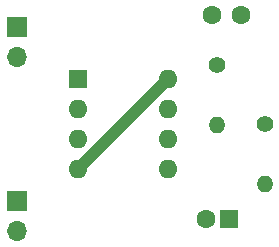
<source format=gbl>
G04 #@! TF.GenerationSoftware,KiCad,Pcbnew,8.0.7*
G04 #@! TF.CreationDate,2025-01-21T22:00:36-05:00*
G04 #@! TF.ProjectId,A-Stable,412d5374-6162-46c6-952e-6b696361645f,rev?*
G04 #@! TF.SameCoordinates,Original*
G04 #@! TF.FileFunction,Copper,L2,Bot*
G04 #@! TF.FilePolarity,Positive*
%FSLAX46Y46*%
G04 Gerber Fmt 4.6, Leading zero omitted, Abs format (unit mm)*
G04 Created by KiCad (PCBNEW 8.0.7) date 2025-01-21 22:00:36*
%MOMM*%
%LPD*%
G01*
G04 APERTURE LIST*
G04 #@! TA.AperFunction,ComponentPad*
%ADD10R,1.700000X1.700000*%
G04 #@! TD*
G04 #@! TA.AperFunction,ComponentPad*
%ADD11O,1.700000X1.700000*%
G04 #@! TD*
G04 #@! TA.AperFunction,ComponentPad*
%ADD12R,1.600000X1.600000*%
G04 #@! TD*
G04 #@! TA.AperFunction,ComponentPad*
%ADD13O,1.600000X1.600000*%
G04 #@! TD*
G04 #@! TA.AperFunction,ComponentPad*
%ADD14C,1.400000*%
G04 #@! TD*
G04 #@! TA.AperFunction,ComponentPad*
%ADD15O,1.400000X1.400000*%
G04 #@! TD*
G04 #@! TA.AperFunction,ComponentPad*
%ADD16C,1.600000*%
G04 #@! TD*
G04 #@! TA.AperFunction,Conductor*
%ADD17C,1.016000*%
G04 #@! TD*
G04 APERTURE END LIST*
D10*
X142500000Y-88725000D03*
D11*
X142500000Y-91265000D03*
D12*
X147700000Y-93200000D03*
D13*
X147700000Y-95740000D03*
X147700000Y-98280000D03*
X147700000Y-100820000D03*
X155320000Y-100820000D03*
X155320000Y-98280000D03*
X155320000Y-95740000D03*
X155320000Y-93200000D03*
D10*
X142500000Y-103500000D03*
D11*
X142500000Y-106040000D03*
D14*
X159500000Y-91960000D03*
D15*
X159500000Y-97040000D03*
D14*
X163500000Y-96960000D03*
D15*
X163500000Y-102040000D03*
D16*
X161500000Y-87750000D03*
X159000000Y-87750000D03*
D12*
X160500000Y-105044888D03*
D16*
X158500000Y-105044888D03*
D17*
X147700000Y-100820000D02*
X155320000Y-93200000D01*
M02*

</source>
